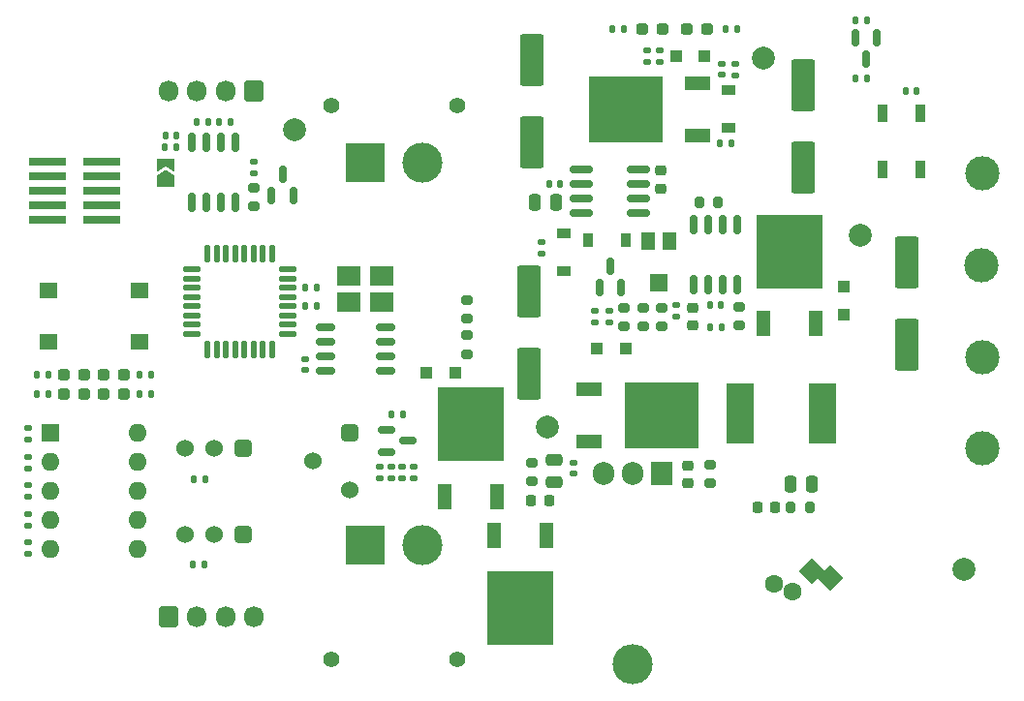
<source format=gbr>
%TF.GenerationSoftware,KiCad,Pcbnew,(6.0.11)*%
%TF.CreationDate,2024-02-29T08:22:58+09:00*%
%TF.ProjectId,Panel,50616e65-6c2e-46b6-9963-61645f706362,rev?*%
%TF.SameCoordinates,Original*%
%TF.FileFunction,Soldermask,Top*%
%TF.FilePolarity,Negative*%
%FSLAX46Y46*%
G04 Gerber Fmt 4.6, Leading zero omitted, Abs format (unit mm)*
G04 Created by KiCad (PCBNEW (6.0.11)) date 2024-02-29 08:22:58*
%MOMM*%
%LPD*%
G01*
G04 APERTURE LIST*
G04 Aperture macros list*
%AMRoundRect*
0 Rectangle with rounded corners*
0 $1 Rounding radius*
0 $2 $3 $4 $5 $6 $7 $8 $9 X,Y pos of 4 corners*
0 Add a 4 corners polygon primitive as box body*
4,1,4,$2,$3,$4,$5,$6,$7,$8,$9,$2,$3,0*
0 Add four circle primitives for the rounded corners*
1,1,$1+$1,$2,$3*
1,1,$1+$1,$4,$5*
1,1,$1+$1,$6,$7*
1,1,$1+$1,$8,$9*
0 Add four rect primitives between the rounded corners*
20,1,$1+$1,$2,$3,$4,$5,0*
20,1,$1+$1,$4,$5,$6,$7,0*
20,1,$1+$1,$6,$7,$8,$9,0*
20,1,$1+$1,$8,$9,$2,$3,0*%
%AMRotRect*
0 Rectangle, with rotation*
0 The origin of the aperture is its center*
0 $1 length*
0 $2 width*
0 $3 Rotation angle, in degrees counterclockwise*
0 Add horizontal line*
21,1,$1,$2,0,0,$3*%
%AMFreePoly0*
4,1,6,1.000000,0.000000,0.500000,-0.750000,-0.500000,-0.750000,-0.500000,0.750000,0.500000,0.750000,1.000000,0.000000,1.000000,0.000000,$1*%
%AMFreePoly1*
4,1,6,0.500000,-0.750000,-0.650000,-0.750000,-0.150000,0.000000,-0.650000,0.750000,0.500000,0.750000,0.500000,-0.750000,0.500000,-0.750000,$1*%
G04 Aperture macros list end*
%ADD10RoundRect,0.200000X0.275000X-0.200000X0.275000X0.200000X-0.275000X0.200000X-0.275000X-0.200000X0*%
%ADD11RoundRect,0.237500X0.287500X0.237500X-0.287500X0.237500X-0.287500X-0.237500X0.287500X-0.237500X0*%
%ADD12R,0.900000X1.200000*%
%ADD13R,0.900000X1.500000*%
%ADD14R,1.200000X2.200000*%
%ADD15R,5.800000X6.400000*%
%ADD16RoundRect,0.135000X0.135000X0.185000X-0.135000X0.185000X-0.135000X-0.185000X0.135000X-0.185000X0*%
%ADD17C,2.000000*%
%ADD18RoundRect,0.381000X-0.381000X0.381000X-0.381000X-0.381000X0.381000X-0.381000X0.381000X0.381000X0*%
%ADD19C,1.524000*%
%ADD20RoundRect,0.135000X-0.135000X-0.185000X0.135000X-0.185000X0.135000X0.185000X-0.135000X0.185000X0*%
%ADD21FreePoly0,90.000000*%
%ADD22FreePoly1,90.000000*%
%ADD23RoundRect,0.135000X0.185000X-0.135000X0.185000X0.135000X-0.185000X0.135000X-0.185000X-0.135000X0*%
%ADD24RoundRect,0.140000X-0.140000X-0.170000X0.140000X-0.170000X0.140000X0.170000X-0.140000X0.170000X0*%
%ADD25RoundRect,0.250001X-0.799999X1.999999X-0.799999X-1.999999X0.799999X-1.999999X0.799999X1.999999X0*%
%ADD26RoundRect,0.150000X0.150000X-0.587500X0.150000X0.587500X-0.150000X0.587500X-0.150000X-0.587500X0*%
%ADD27R,2.100000X1.800000*%
%ADD28RoundRect,0.125000X0.625000X0.125000X-0.625000X0.125000X-0.625000X-0.125000X0.625000X-0.125000X0*%
%ADD29RoundRect,0.125000X0.125000X0.625000X-0.125000X0.625000X-0.125000X-0.625000X0.125000X-0.625000X0*%
%ADD30RoundRect,0.225000X-0.225000X-0.250000X0.225000X-0.250000X0.225000X0.250000X-0.225000X0.250000X0*%
%ADD31R,3.250000X0.740000*%
%ADD32R,1.000000X1.000000*%
%ADD33C,3.000000*%
%ADD34RoundRect,0.140000X0.170000X-0.140000X0.170000X0.140000X-0.170000X0.140000X-0.170000X-0.140000X0*%
%ADD35RoundRect,0.200000X-0.275000X0.200000X-0.275000X-0.200000X0.275000X-0.200000X0.275000X0.200000X0*%
%ADD36RoundRect,0.250001X0.799999X-1.999999X0.799999X1.999999X-0.799999X1.999999X-0.799999X-1.999999X0*%
%ADD37RoundRect,0.250000X0.250000X0.475000X-0.250000X0.475000X-0.250000X-0.475000X0.250000X-0.475000X0*%
%ADD38R,2.200000X1.200000*%
%ADD39R,6.400000X5.800000*%
%ADD40R,1.600000X1.600000*%
%ADD41O,1.600000X1.600000*%
%ADD42RoundRect,0.150000X0.675000X0.150000X-0.675000X0.150000X-0.675000X-0.150000X0.675000X-0.150000X0*%
%ADD43RoundRect,0.225000X0.250000X-0.225000X0.250000X0.225000X-0.250000X0.225000X-0.250000X-0.225000X0*%
%ADD44RoundRect,0.381000X-0.381000X-0.381000X0.381000X-0.381000X0.381000X0.381000X-0.381000X0.381000X0*%
%ADD45RoundRect,0.150000X-0.150000X0.675000X-0.150000X-0.675000X0.150000X-0.675000X0.150000X0.675000X0*%
%ADD46RoundRect,0.250000X0.600000X0.675000X-0.600000X0.675000X-0.600000X-0.675000X0.600000X-0.675000X0*%
%ADD47O,1.700000X1.850000*%
%ADD48RoundRect,0.237500X-0.287500X-0.237500X0.287500X-0.237500X0.287500X0.237500X-0.287500X0.237500X0*%
%ADD49RoundRect,0.225000X-0.250000X0.225000X-0.250000X-0.225000X0.250000X-0.225000X0.250000X0.225000X0*%
%ADD50RoundRect,0.150000X0.825000X0.150000X-0.825000X0.150000X-0.825000X-0.150000X0.825000X-0.150000X0*%
%ADD51RoundRect,0.225000X0.225000X0.250000X-0.225000X0.250000X-0.225000X-0.250000X0.225000X-0.250000X0*%
%ADD52R,1.150000X1.500000*%
%ADD53R,1.500000X1.500000*%
%ADD54RoundRect,0.140000X0.140000X0.170000X-0.140000X0.170000X-0.140000X-0.170000X0.140000X-0.170000X0*%
%ADD55O,3.500000X3.500000*%
%ADD56R,1.905000X2.000000*%
%ADD57O,1.905000X2.000000*%
%ADD58RoundRect,0.150000X-0.587500X-0.150000X0.587500X-0.150000X0.587500X0.150000X-0.587500X0.150000X0*%
%ADD59RoundRect,0.150000X-0.150000X0.587500X-0.150000X-0.587500X0.150000X-0.587500X0.150000X0.587500X0*%
%ADD60RoundRect,0.200000X-0.200000X-0.275000X0.200000X-0.275000X0.200000X0.275000X-0.200000X0.275000X0*%
%ADD61R,2.413000X5.334000*%
%ADD62RoundRect,0.150000X0.150000X-0.675000X0.150000X0.675000X-0.150000X0.675000X-0.150000X-0.675000X0*%
%ADD63R,1.600000X1.400000*%
%ADD64C,1.400000*%
%ADD65R,3.500000X3.500000*%
%ADD66C,3.500000*%
%ADD67RotRect,1.600000X1.600000X225.000000*%
%ADD68C,1.600000*%
%ADD69RoundRect,0.250000X-0.475000X0.250000X-0.475000X-0.250000X0.475000X-0.250000X0.475000X0.250000X0*%
%ADD70RoundRect,0.250000X-0.600000X-0.675000X0.600000X-0.675000X0.600000X0.675000X-0.600000X0.675000X0*%
%ADD71RoundRect,0.200000X0.200000X0.275000X-0.200000X0.275000X-0.200000X-0.275000X0.200000X-0.275000X0*%
%ADD72R,1.200000X0.900000*%
%ADD73RoundRect,0.135000X-0.185000X0.135000X-0.185000X-0.135000X0.185000X-0.135000X0.185000X0.135000X0*%
G04 APERTURE END LIST*
D10*
%TO.C,R25*%
X135820000Y-78560000D03*
X135820000Y-76910000D03*
%TD*%
D11*
%TO.C,D2*%
X85345000Y-84500000D03*
X83595000Y-84500000D03*
%TD*%
D12*
%TO.C,D7*%
X129400000Y-70959999D03*
X132700000Y-70959999D03*
%TD*%
D13*
%TO.C,D16*%
X158470000Y-59910000D03*
X155170000Y-59910000D03*
X155170000Y-64810000D03*
X158470000Y-64810000D03*
%TD*%
D14*
%TO.C,Q4*%
X144750000Y-78300000D03*
D15*
X147030000Y-72000000D03*
D14*
X149310000Y-78300000D03*
%TD*%
D16*
%TO.C,R29*%
X141980000Y-62560000D03*
X140960000Y-62560000D03*
%TD*%
D17*
%TO.C,TP4*%
X103720000Y-61310000D03*
%TD*%
D18*
%TO.C,SW5*%
X99260000Y-96700000D03*
D19*
X96720000Y-96700000D03*
X94180000Y-96700000D03*
%TD*%
D20*
%TO.C,R36*%
X141422500Y-52510000D03*
X142442500Y-52510000D03*
%TD*%
D10*
%TO.C,R12*%
X118830000Y-77875000D03*
X118830000Y-76225000D03*
%TD*%
D21*
%TO.C,JP1*%
X92500000Y-65865000D03*
D22*
X92500000Y-64415000D03*
%TD*%
D23*
%TO.C,R20*%
X131310000Y-78220000D03*
X131310000Y-77200000D03*
%TD*%
D24*
%TO.C,C13*%
X104720000Y-75170000D03*
X105680000Y-75170000D03*
%TD*%
D10*
%TO.C,R11*%
X118830000Y-80955000D03*
X118830000Y-79305000D03*
%TD*%
D25*
%TO.C,C17*%
X148210000Y-57420000D03*
X148210000Y-64620000D03*
%TD*%
D26*
%TO.C,Q14*%
X101750000Y-67077500D03*
X103650000Y-67077500D03*
X102700000Y-65202500D03*
%TD*%
D27*
%TO.C,Y1*%
X108500000Y-76400000D03*
X111400000Y-76400000D03*
X111400000Y-74100000D03*
X108500000Y-74100000D03*
%TD*%
D28*
%TO.C,U6*%
X103145000Y-79170000D03*
X103145000Y-78370000D03*
X103145000Y-77570000D03*
X103145000Y-76770000D03*
X103145000Y-75970000D03*
X103145000Y-75170000D03*
X103145000Y-74370000D03*
X103145000Y-73570000D03*
D29*
X101770000Y-72195000D03*
X100970000Y-72195000D03*
X100170000Y-72195000D03*
X99370000Y-72195000D03*
X98570000Y-72195000D03*
X97770000Y-72195000D03*
X96970000Y-72195000D03*
X96170000Y-72195000D03*
D28*
X94795000Y-73570000D03*
X94795000Y-74370000D03*
X94795000Y-75170000D03*
X94795000Y-75970000D03*
X94795000Y-76770000D03*
X94795000Y-77570000D03*
X94795000Y-78370000D03*
X94795000Y-79170000D03*
D29*
X96170000Y-80545000D03*
X96970000Y-80545000D03*
X97770000Y-80545000D03*
X98570000Y-80545000D03*
X99370000Y-80545000D03*
X100170000Y-80545000D03*
X100970000Y-80545000D03*
X101770000Y-80545000D03*
%TD*%
D30*
%TO.C,C25*%
X144195000Y-94360000D03*
X145745000Y-94360000D03*
%TD*%
D18*
%TO.C,SW2*%
X99260000Y-89200000D03*
D19*
X96720000Y-89200000D03*
X94180000Y-89200000D03*
%TD*%
D23*
%TO.C,R27*%
X137110000Y-77690000D03*
X137110000Y-76670000D03*
%TD*%
D31*
%TO.C,J3*%
X86875000Y-69190000D03*
X82125000Y-69190000D03*
X86875000Y-67920000D03*
X82125000Y-67920000D03*
X86875000Y-66650000D03*
X82125000Y-66650000D03*
X86875000Y-65380000D03*
X82125000Y-65380000D03*
X86875000Y-64110000D03*
X82125000Y-64110000D03*
%TD*%
D16*
%TO.C,R5*%
X95980000Y-91950000D03*
X94960000Y-91950000D03*
%TD*%
%TO.C,R18*%
X95850000Y-99400000D03*
X94830000Y-99400000D03*
%TD*%
D32*
%TO.C,D11*%
X139580000Y-54930000D03*
X137080000Y-54930000D03*
%TD*%
D23*
%TO.C,R8*%
X112187500Y-91820000D03*
X112187500Y-90800000D03*
%TD*%
D33*
%TO.C,H5*%
X163870000Y-65130000D03*
%TD*%
D34*
%TO.C,C9*%
X104710000Y-82370000D03*
X104710000Y-81410000D03*
%TD*%
D23*
%TO.C,R6*%
X80470000Y-95955000D03*
X80470000Y-94935000D03*
%TD*%
D35*
%TO.C,R28*%
X134220000Y-76910000D03*
X134220000Y-78560000D03*
%TD*%
D16*
%TO.C,R48*%
X141060000Y-78660001D03*
X140040000Y-78660001D03*
%TD*%
D20*
%TO.C,R41*%
X152800000Y-51750000D03*
X153820000Y-51750000D03*
%TD*%
D36*
%TO.C,C18*%
X124470000Y-62410000D03*
X124470000Y-55210000D03*
%TD*%
D37*
%TO.C,C7*%
X148970001Y-92360000D03*
X147070001Y-92360000D03*
%TD*%
D35*
%TO.C,R40*%
X100200000Y-66390000D03*
X100200000Y-68040000D03*
%TD*%
D38*
%TO.C,Q8*%
X129520000Y-84030000D03*
D39*
X135820000Y-86310000D03*
D38*
X129520000Y-88590000D03*
%TD*%
D16*
%TO.C,R13*%
X82230000Y-84500000D03*
X81210000Y-84500000D03*
%TD*%
D10*
%TO.C,R19*%
X124470000Y-92085000D03*
X124470000Y-90435000D03*
%TD*%
D38*
%TO.C,U2*%
X138990000Y-61830000D03*
D39*
X132690000Y-59550000D03*
D38*
X138990000Y-57270000D03*
%TD*%
D40*
%TO.C,SW1*%
X82420000Y-87870000D03*
D41*
X82420000Y-90410000D03*
X82420000Y-92950000D03*
X82420000Y-95490000D03*
X82420000Y-98030000D03*
X90040000Y-98030000D03*
X90040000Y-95490000D03*
X90040000Y-92950000D03*
X90040000Y-90410000D03*
X90040000Y-87870000D03*
%TD*%
D42*
%TO.C,U5*%
X111675000Y-82435000D03*
X111675000Y-81165000D03*
X111675000Y-79895000D03*
X111675000Y-78625000D03*
X106425000Y-78625000D03*
X106425000Y-79895000D03*
X106425000Y-81165000D03*
X106425000Y-82435000D03*
%TD*%
D43*
%TO.C,C23*%
X138170000Y-92245000D03*
X138170000Y-90695000D03*
%TD*%
D44*
%TO.C,SW3*%
X108570000Y-87810000D03*
D19*
X105370000Y-90310000D03*
X108570000Y-92810000D03*
%TD*%
D11*
%TO.C,D15*%
X135935000Y-52510000D03*
X134185000Y-52510000D03*
%TD*%
D32*
%TO.C,D1*%
X117770001Y-82610000D03*
X115270001Y-82610000D03*
%TD*%
D20*
%TO.C,R10*%
X112197500Y-86260000D03*
X113217500Y-86260000D03*
%TD*%
D45*
%TO.C,U3*%
X142460000Y-69675000D03*
X141190000Y-69675000D03*
X139920000Y-69675000D03*
X138650000Y-69675000D03*
X138650000Y-74925000D03*
X139920000Y-74925000D03*
X141190000Y-74925000D03*
X142460000Y-74925000D03*
%TD*%
D26*
%TO.C,Q5*%
X130420000Y-75147499D03*
X132320000Y-75147499D03*
X131370000Y-73272499D03*
%TD*%
D46*
%TO.C,J4*%
X100220000Y-57959999D03*
D47*
X97720000Y-57959999D03*
X95220000Y-57959999D03*
X92720000Y-57959999D03*
%TD*%
D33*
%TO.C,H6*%
X163800000Y-73180000D03*
%TD*%
D48*
%TO.C,D4*%
X87095000Y-84500000D03*
X88845000Y-84500000D03*
%TD*%
D24*
%TO.C,C19*%
X157190000Y-57940000D03*
X158150000Y-57940000D03*
%TD*%
D49*
%TO.C,C5*%
X135800000Y-64934999D03*
X135800000Y-66484999D03*
%TD*%
D50*
%TO.C,U1*%
X133775000Y-68665000D03*
X133775000Y-67395000D03*
X133775000Y-66125000D03*
X133775000Y-64855000D03*
X128825000Y-64855000D03*
X128825000Y-66125000D03*
X128825000Y-67395000D03*
X128825000Y-68665000D03*
%TD*%
D51*
%TO.C,C11*%
X125995000Y-93760000D03*
X124445000Y-93760000D03*
%TD*%
D52*
%TO.C,RV1*%
X136495000Y-71110000D03*
D53*
X135570000Y-74710000D03*
D52*
X134645000Y-71110000D03*
%TD*%
D23*
%TO.C,R9*%
X114177500Y-91830000D03*
X114177500Y-90810000D03*
%TD*%
D32*
%TO.C,D9*%
X151750000Y-77560000D03*
X151750000Y-75060000D03*
%TD*%
D24*
%TO.C,C12*%
X104710000Y-76780000D03*
X105670000Y-76780000D03*
%TD*%
D23*
%TO.C,R22*%
X130010000Y-78200000D03*
X130010000Y-77180000D03*
%TD*%
D54*
%TO.C,C20*%
X93430000Y-61890000D03*
X92470000Y-61890000D03*
%TD*%
D25*
%TO.C,C21*%
X157270000Y-72940000D03*
X157270000Y-80140000D03*
%TD*%
D55*
%TO.C,D8*%
X133270000Y-108090000D03*
D56*
X135810000Y-91430000D03*
D57*
X133270000Y-91430000D03*
X130730000Y-91430000D03*
%TD*%
D35*
%TO.C,R38*%
X142580000Y-76825000D03*
X142580000Y-78475000D03*
%TD*%
D58*
%TO.C,Q2*%
X111770000Y-87610000D03*
X111770000Y-89510000D03*
X113645000Y-88560000D03*
%TD*%
D59*
%TO.C,Q15*%
X154680001Y-53312499D03*
X152780001Y-53312499D03*
X153730001Y-55187499D03*
%TD*%
D11*
%TO.C,D6*%
X85345000Y-82750000D03*
X83595000Y-82750000D03*
%TD*%
D36*
%TO.C,C16*%
X124220000Y-82660000D03*
X124220000Y-75460000D03*
%TD*%
D60*
%TO.C,R37*%
X147145000Y-94360000D03*
X148795000Y-94360000D03*
%TD*%
D17*
%TO.C,TP2*%
X153220000Y-70560000D03*
%TD*%
D23*
%TO.C,R4*%
X80470000Y-93455000D03*
X80470000Y-92435000D03*
%TD*%
%TO.C,R3*%
X111187500Y-91820000D03*
X111187500Y-90800000D03*
%TD*%
D20*
%TO.C,R14*%
X90210000Y-82750000D03*
X91230000Y-82750000D03*
%TD*%
D23*
%TO.C,R7*%
X80470000Y-98455000D03*
X80470000Y-97435000D03*
%TD*%
D14*
%TO.C,Q1*%
X125750000Y-96860000D03*
D15*
X123470000Y-103160000D03*
D14*
X121190000Y-96860000D03*
%TD*%
D20*
%TO.C,R15*%
X90210000Y-84500000D03*
X91230000Y-84500000D03*
%TD*%
D16*
%TO.C,R45*%
X96209999Y-60640000D03*
X95189999Y-60640000D03*
%TD*%
D34*
%TO.C,C22*%
X128170000Y-91440000D03*
X128170000Y-90480000D03*
%TD*%
D61*
%TO.C,L1*%
X142672250Y-86120000D03*
X149911250Y-86120000D03*
%TD*%
D16*
%TO.C,R43*%
X153770003Y-56830000D03*
X152750003Y-56830000D03*
%TD*%
D34*
%TO.C,C14*%
X141060000Y-56540000D03*
X141060000Y-55580000D03*
%TD*%
D16*
%TO.C,R39*%
X132572500Y-52530001D03*
X131552500Y-52530001D03*
%TD*%
D14*
%TO.C,Q3*%
X116860000Y-93420000D03*
D15*
X119140000Y-87120000D03*
D14*
X121420000Y-93420000D03*
%TD*%
D62*
%TO.C,U4*%
X94795000Y-67664999D03*
X96065000Y-67664999D03*
X97335000Y-67664999D03*
X98605000Y-67664999D03*
X98605000Y-62414999D03*
X97335000Y-62414999D03*
X96065000Y-62414999D03*
X94795000Y-62414999D03*
%TD*%
D20*
%TO.C,R46*%
X92440000Y-62890000D03*
X93460000Y-62890000D03*
%TD*%
D34*
%TO.C,C15*%
X135660000Y-55380000D03*
X135660000Y-54420000D03*
%TD*%
D37*
%TO.C,C3*%
X126620000Y-67660000D03*
X124720000Y-67660000D03*
%TD*%
D43*
%TO.C,C2*%
X138530000Y-78475001D03*
X138530000Y-76925001D03*
%TD*%
D63*
%TO.C,SW4*%
X90227500Y-79870000D03*
X82227500Y-79870000D03*
X90227500Y-75370000D03*
X82227500Y-75370000D03*
%TD*%
D23*
%TO.C,R2*%
X80470000Y-90955000D03*
X80470000Y-89935000D03*
%TD*%
D64*
%TO.C,J1*%
X106970000Y-107635000D03*
X117970000Y-107635000D03*
D65*
X109970000Y-97635000D03*
D66*
X114970000Y-97635000D03*
%TD*%
D23*
%TO.C,R1*%
X80470000Y-88455000D03*
X80470000Y-87435000D03*
%TD*%
D24*
%TO.C,C4*%
X125990000Y-66060000D03*
X126950000Y-66060000D03*
%TD*%
D17*
%TO.C,TP3*%
X144720000Y-55060000D03*
%TD*%
D54*
%TO.C,C6*%
X141030000Y-76710000D03*
X140070000Y-76710000D03*
%TD*%
D67*
%TO.C,C8*%
X149007571Y-99926117D03*
X150613366Y-100583064D03*
D68*
X145634009Y-101036937D03*
X147239804Y-101693884D03*
%TD*%
D64*
%TO.C,J2*%
X106970000Y-59210000D03*
X117970000Y-59210000D03*
D65*
X109970000Y-64210000D03*
D66*
X114970000Y-64210000D03*
%TD*%
D48*
%TO.C,D12*%
X138057500Y-52510000D03*
X139807500Y-52510000D03*
%TD*%
D69*
%TO.C,C10*%
X126470000Y-90260000D03*
X126470000Y-92160000D03*
%TD*%
D33*
%TO.C,H7*%
X163890000Y-81210000D03*
%TD*%
D32*
%TO.C,D13*%
X130200000Y-80440000D03*
X132700000Y-80440000D03*
%TD*%
D10*
%TO.C,R24*%
X140110000Y-92285000D03*
X140110000Y-90635000D03*
%TD*%
D70*
%TO.C,J5*%
X92720000Y-103910000D03*
D47*
X95220000Y-103910000D03*
X97720000Y-103910000D03*
X100220000Y-103910000D03*
%TD*%
D34*
%TO.C,C1*%
X113187500Y-91790000D03*
X113187500Y-90830000D03*
%TD*%
D71*
%TO.C,R47*%
X140795000Y-67670000D03*
X139145000Y-67670000D03*
%TD*%
D48*
%TO.C,D3*%
X87095000Y-82750000D03*
X88845000Y-82750000D03*
%TD*%
D23*
%TO.C,R42*%
X100200000Y-65150000D03*
X100200000Y-64130000D03*
%TD*%
D16*
%TO.C,R16*%
X82230000Y-82750000D03*
X81210000Y-82750000D03*
%TD*%
D17*
%TO.C,TP5*%
X162220000Y-99810000D03*
%TD*%
%TO.C,TP1*%
X125820000Y-87340000D03*
%TD*%
D10*
%TO.C,R23*%
X132570000Y-78534999D03*
X132570000Y-76884999D03*
%TD*%
D23*
%TO.C,R17*%
X125380000Y-72160000D03*
X125380000Y-71140000D03*
%TD*%
D16*
%TO.C,R44*%
X98210000Y-60640000D03*
X97190000Y-60640000D03*
%TD*%
D72*
%TO.C,D10*%
X141670000Y-57890000D03*
X141670000Y-61190000D03*
%TD*%
D33*
%TO.C,H8*%
X163840000Y-89170000D03*
%TD*%
D23*
%TO.C,R30*%
X142240000Y-56570000D03*
X142240000Y-55550000D03*
%TD*%
D72*
%TO.C,D5*%
X127270000Y-70410000D03*
X127270000Y-73710000D03*
%TD*%
D73*
%TO.C,R34*%
X134550000Y-54390000D03*
X134550000Y-55410000D03*
%TD*%
M02*

</source>
